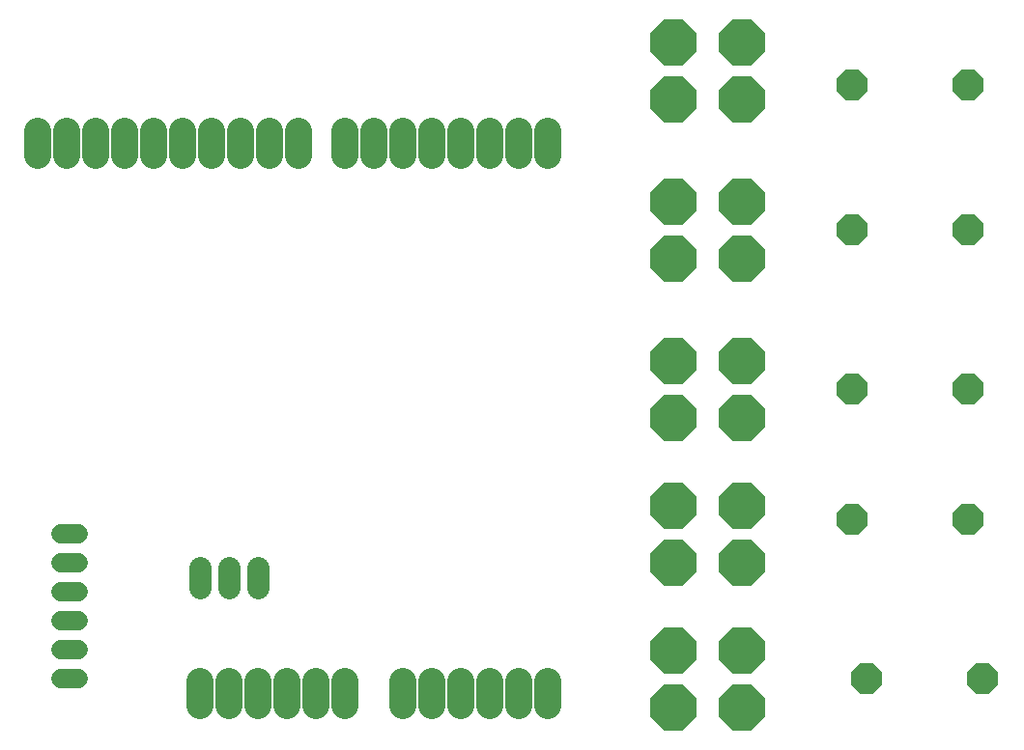
<source format=gbs>
G75*
%MOIN*%
%OFA0B0*%
%FSLAX25Y25*%
%IPPOS*%
%LPD*%
%AMOC8*
5,1,8,0,0,1.08239X$1,22.5*
%
%ADD10C,0.07800*%
%ADD11C,0.06800*%
%ADD12C,0.09400*%
%ADD13OC8,0.10800*%
%ADD14OC8,0.15800*%
D10*
X0135000Y0068300D02*
X0135000Y0075300D01*
X0145000Y0075300D02*
X0145000Y0068300D01*
X0155000Y0068300D02*
X0155000Y0075300D01*
D11*
X0093000Y0036800D02*
X0087000Y0036800D01*
X0087000Y0046800D02*
X0093000Y0046800D01*
X0093000Y0056800D02*
X0087000Y0056800D01*
X0087000Y0066800D02*
X0093000Y0066800D01*
X0093000Y0076800D02*
X0087000Y0076800D01*
X0087000Y0086800D02*
X0093000Y0086800D01*
D12*
X0135000Y0036100D02*
X0135000Y0027500D01*
X0145000Y0027500D02*
X0145000Y0036100D01*
X0155000Y0036100D02*
X0155000Y0027500D01*
X0165000Y0027500D02*
X0165000Y0036100D01*
X0175000Y0036100D02*
X0175000Y0027500D01*
X0185000Y0027500D02*
X0185000Y0036100D01*
X0205000Y0036100D02*
X0205000Y0027500D01*
X0215000Y0027500D02*
X0215000Y0036100D01*
X0225000Y0036100D02*
X0225000Y0027500D01*
X0235000Y0027500D02*
X0235000Y0036100D01*
X0245000Y0036100D02*
X0245000Y0027500D01*
X0255000Y0027500D02*
X0255000Y0036100D01*
X0255000Y0217500D02*
X0255000Y0226100D01*
X0245000Y0226100D02*
X0245000Y0217500D01*
X0235000Y0217500D02*
X0235000Y0226100D01*
X0225000Y0226100D02*
X0225000Y0217500D01*
X0215000Y0217500D02*
X0215000Y0226100D01*
X0205000Y0226100D02*
X0205000Y0217500D01*
X0195000Y0217500D02*
X0195000Y0226100D01*
X0185000Y0226100D02*
X0185000Y0217500D01*
X0169000Y0217500D02*
X0169000Y0226100D01*
X0159000Y0226100D02*
X0159000Y0217500D01*
X0149000Y0217500D02*
X0149000Y0226100D01*
X0139000Y0226100D02*
X0139000Y0217500D01*
X0129000Y0217500D02*
X0129000Y0226100D01*
X0119000Y0226100D02*
X0119000Y0217500D01*
X0109000Y0217500D02*
X0109000Y0226100D01*
X0099000Y0226100D02*
X0099000Y0217500D01*
X0089000Y0217500D02*
X0089000Y0226100D01*
X0079000Y0226100D02*
X0079000Y0217500D01*
D13*
X0360000Y0241800D03*
X0400000Y0241800D03*
X0400000Y0191800D03*
X0360000Y0191800D03*
X0360000Y0136800D03*
X0400000Y0136800D03*
X0400000Y0091800D03*
X0360000Y0091800D03*
X0365000Y0036800D03*
X0405000Y0036800D03*
D14*
X0321800Y0027000D03*
X0298200Y0027000D03*
X0298200Y0046600D03*
X0321800Y0046600D03*
X0321800Y0077000D03*
X0298200Y0077000D03*
X0298200Y0096600D03*
X0321800Y0096600D03*
X0321800Y0127000D03*
X0298200Y0127000D03*
X0298200Y0146600D03*
X0321800Y0146600D03*
X0321800Y0182000D03*
X0298200Y0182000D03*
X0298200Y0201600D03*
X0321800Y0201600D03*
X0321800Y0237000D03*
X0298200Y0237000D03*
X0298200Y0256600D03*
X0321800Y0256600D03*
M02*

</source>
